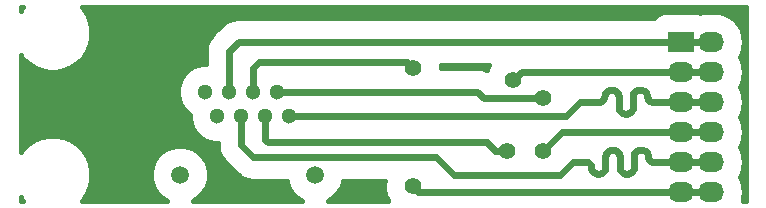
<source format=gbr>
G04 #@! TF.GenerationSoftware,KiCad,Pcbnew,(5.1.6)-1*
G04 #@! TF.CreationDate,2020-11-10T14:07:24+00:00*
G04 #@! TF.ProjectId,RJ_45_RS-485_breakout,524a5f34-355f-4525-932d-3438355f6272,rev?*
G04 #@! TF.SameCoordinates,Original*
G04 #@! TF.FileFunction,Copper,L2,Bot*
G04 #@! TF.FilePolarity,Positive*
%FSLAX46Y46*%
G04 Gerber Fmt 4.6, Leading zero omitted, Abs format (unit mm)*
G04 Created by KiCad (PCBNEW (5.1.6)-1) date 2020-11-10 14:07:24*
%MOMM*%
%LPD*%
G01*
G04 APERTURE LIST*
G04 #@! TA.AperFunction,ComponentPad*
%ADD10O,2.200000X1.700000*%
G04 #@! TD*
G04 #@! TA.AperFunction,ComponentPad*
%ADD11R,2.200000X1.700000*%
G04 #@! TD*
G04 #@! TA.AperFunction,WasherPad*
%ADD12C,1.500000*%
G04 #@! TD*
G04 #@! TA.AperFunction,ComponentPad*
%ADD13C,1.300000*%
G04 #@! TD*
G04 #@! TA.AperFunction,ViaPad*
%ADD14C,1.400000*%
G04 #@! TD*
G04 #@! TA.AperFunction,Conductor*
%ADD15C,0.600000*%
G04 #@! TD*
G04 #@! TA.AperFunction,NonConductor*
%ADD16C,0.400000*%
G04 #@! TD*
G04 APERTURE END LIST*
D10*
X75240000Y-132450000D03*
X72700000Y-132450000D03*
X75240000Y-129910000D03*
X72700000Y-129910000D03*
X75240000Y-127370000D03*
X72700000Y-127370000D03*
X75240000Y-124830000D03*
X72700000Y-124830000D03*
X75240000Y-122290000D03*
X72700000Y-122290000D03*
X75240000Y-119750000D03*
D11*
X72700000Y-119750000D03*
D12*
X41715000Y-131000000D03*
X30285000Y-131000000D03*
D13*
X33465000Y-126000000D03*
X35495000Y-126000000D03*
X37525000Y-126000000D03*
X39555000Y-126000000D03*
X38535000Y-123970000D03*
X36505000Y-123970000D03*
X34475000Y-123970000D03*
X32445000Y-123970000D03*
D14*
X50000000Y-122000000D03*
X50000000Y-132000000D03*
X58000000Y-129000000D03*
X58500000Y-123000000D03*
X61000000Y-129000000D03*
X61000000Y-124500000D03*
D15*
X72700000Y-119750000D02*
X75240000Y-119750000D01*
X35250000Y-119750000D02*
X34475000Y-120525000D01*
X72700000Y-119750000D02*
X35250000Y-119750000D01*
X34475000Y-120525000D02*
X34475000Y-123970000D01*
X72700000Y-132450000D02*
X75240000Y-132450000D01*
X36505000Y-123970000D02*
X36505000Y-121995000D01*
X36505000Y-121995000D02*
X37000000Y-121500000D01*
X37000000Y-121500000D02*
X45000000Y-121500000D01*
X45000000Y-121500000D02*
X49500000Y-121500000D01*
X49500000Y-121500000D02*
X50000000Y-122000000D01*
X50450000Y-132450000D02*
X50000000Y-132000000D01*
X72700000Y-132450000D02*
X50450000Y-132450000D01*
X72700000Y-129910000D02*
X75240000Y-129910000D01*
X35495000Y-128495000D02*
X35495000Y-126000000D01*
X36500000Y-129500000D02*
X35495000Y-128495000D01*
X52000000Y-129500000D02*
X36500000Y-129500000D01*
X53500000Y-131000000D02*
X52000000Y-129500000D01*
X63590000Y-129910000D02*
X62500000Y-131000000D01*
X64610000Y-129910000D02*
X63590000Y-129910000D01*
X64721260Y-129922537D02*
X64610000Y-129910000D01*
X64826941Y-129959516D02*
X64721260Y-129922537D01*
X64921744Y-130019085D02*
X64826941Y-129959516D01*
X65000915Y-130098256D02*
X64921744Y-130019085D01*
X65060484Y-130193059D02*
X65000915Y-130098256D01*
X65097463Y-130298740D02*
X65060484Y-130193059D01*
X65122536Y-130521261D02*
X65097463Y-130298740D01*
X65219084Y-130721745D02*
X65159515Y-130626942D01*
X65393058Y-130860485D02*
X65298255Y-130800916D01*
X65498739Y-130897464D02*
X65393058Y-130860485D01*
X65610000Y-130910000D02*
X65498739Y-130897464D01*
X65810000Y-130910000D02*
X65610000Y-130910000D01*
X65921260Y-130897464D02*
X65810000Y-130910000D01*
X66026941Y-130860485D02*
X65921260Y-130897464D01*
X66200915Y-130721745D02*
X66121744Y-130800916D01*
X66260484Y-130626942D02*
X66200915Y-130721745D01*
X66297463Y-130521261D02*
X66260484Y-130626942D01*
X66310000Y-130410000D02*
X66297463Y-130521261D01*
X66498255Y-129019084D02*
X66419084Y-129098255D01*
X66593058Y-128959515D02*
X66498255Y-129019084D01*
X66698739Y-128922536D02*
X66593058Y-128959515D01*
X66810000Y-128910000D02*
X66698739Y-128922536D01*
X68759515Y-129193058D02*
X68722536Y-129298739D01*
X67460484Y-129193058D02*
X67400915Y-129098255D01*
X66121744Y-130800916D02*
X66026941Y-130860485D01*
X68710000Y-129410000D02*
X68710000Y-130410000D01*
X68993058Y-128959515D02*
X68898255Y-129019084D01*
X69210000Y-128910000D02*
X69098739Y-128922536D01*
X69626941Y-128959515D02*
X69521260Y-128922536D01*
X67226941Y-128959515D02*
X67121260Y-128922536D01*
X68898255Y-129019084D02*
X68819084Y-129098255D01*
X69721744Y-129019084D02*
X69626941Y-128959515D01*
X68600915Y-130721745D02*
X68521744Y-130800916D01*
X66310000Y-129410000D02*
X66310000Y-130410000D01*
X70098255Y-129800915D02*
X70019084Y-129721744D01*
X62500000Y-131000000D02*
X53500000Y-131000000D01*
X70298739Y-129897463D02*
X70193058Y-129860484D01*
X65159515Y-130626942D02*
X65122536Y-130521261D01*
X72700000Y-129910000D02*
X70410000Y-129910000D01*
X67698255Y-130800916D02*
X67619084Y-130721745D01*
X70193058Y-129860484D02*
X70098255Y-129800915D01*
X67898739Y-130897464D02*
X67793058Y-130860485D01*
X66359515Y-129193058D02*
X66322536Y-129298739D01*
X68819084Y-129098255D02*
X68759515Y-129193058D01*
X68722536Y-129298739D02*
X68710000Y-129410000D01*
X69098739Y-128922536D02*
X68993058Y-128959515D01*
X67793058Y-130860485D02*
X67698255Y-130800916D01*
X70410000Y-129910000D02*
X70298739Y-129897463D01*
X66419084Y-129098255D02*
X66359515Y-129193058D01*
X69922536Y-129521260D02*
X69897463Y-129298739D01*
X67559515Y-130626942D02*
X67522536Y-130521261D01*
X69410000Y-128910000D02*
X69210000Y-128910000D01*
X68210000Y-130910000D02*
X68010000Y-130910000D01*
X70019084Y-129721744D02*
X69959515Y-129626941D01*
X69800915Y-129098255D02*
X69721744Y-129019084D01*
X67321744Y-129019084D02*
X67226941Y-128959515D01*
X66322536Y-129298739D02*
X66310000Y-129410000D01*
X69521260Y-128922536D02*
X69410000Y-128910000D01*
X69860484Y-129193058D02*
X69800915Y-129098255D01*
X67010000Y-128910000D02*
X66810000Y-128910000D01*
X69897463Y-129298739D02*
X69860484Y-129193058D01*
X68321260Y-130897464D02*
X68210000Y-130910000D01*
X65298255Y-130800916D02*
X65219084Y-130721745D01*
X68710000Y-130410000D02*
X68697463Y-130521261D01*
X68697463Y-130521261D02*
X68660484Y-130626942D01*
X68660484Y-130626942D02*
X68600915Y-130721745D01*
X68521744Y-130800916D02*
X68426941Y-130860485D01*
X68426941Y-130860485D02*
X68321260Y-130897464D01*
X68010000Y-130910000D02*
X67898739Y-130897464D01*
X67619084Y-130721745D02*
X67559515Y-130626942D01*
X67522536Y-130521261D02*
X67510000Y-130410000D01*
X67510000Y-130410000D02*
X67510000Y-129410000D01*
X67510000Y-129410000D02*
X67497463Y-129298739D01*
X67497463Y-129298739D02*
X67460484Y-129193058D01*
X67400915Y-129098255D02*
X67321744Y-129019084D01*
X69959515Y-129626941D02*
X69922536Y-129521260D01*
X67121260Y-128922536D02*
X67010000Y-128910000D01*
X72700000Y-122290000D02*
X75240000Y-122290000D01*
X72700000Y-122290000D02*
X59210000Y-122290000D01*
X59210000Y-122290000D02*
X58500000Y-123000000D01*
X37525000Y-128025000D02*
X37525000Y-126000000D01*
X58000000Y-129000000D02*
X57000000Y-129000000D01*
X56250000Y-128250000D02*
X37750000Y-128250000D01*
X57000000Y-129000000D02*
X56250000Y-128250000D01*
X37750000Y-128250000D02*
X37525000Y-128025000D01*
X58500000Y-123000000D02*
X58500000Y-123000000D01*
X72700000Y-124830000D02*
X75240000Y-124830000D01*
X63000000Y-126000000D02*
X39555000Y-126000000D01*
X64170000Y-124830000D02*
X63000000Y-126000000D01*
X65730000Y-124830000D02*
X64170000Y-124830000D01*
X65841260Y-124817463D02*
X65730000Y-124830000D01*
X65946941Y-124780484D02*
X65841260Y-124817463D01*
X66041744Y-124720915D02*
X65946941Y-124780484D01*
X66120915Y-124641744D02*
X66041744Y-124720915D01*
X66180484Y-124546941D02*
X66120915Y-124641744D01*
X66217463Y-124441260D02*
X66180484Y-124546941D01*
X66242536Y-124218739D02*
X66217463Y-124441260D01*
X66279515Y-124113058D02*
X66242536Y-124218739D01*
X66339084Y-124018255D02*
X66279515Y-124113058D01*
X66418255Y-123939084D02*
X66339084Y-124018255D01*
X66513058Y-123879515D02*
X66418255Y-123939084D01*
X66618739Y-123842536D02*
X66513058Y-123879515D01*
X66730000Y-123830000D02*
X66618739Y-123842536D01*
X68679515Y-124113058D02*
X68642536Y-124218739D01*
X67539084Y-125641745D02*
X67479515Y-125546942D01*
X68818255Y-123939084D02*
X68739084Y-124018255D01*
X68913058Y-123879515D02*
X68818255Y-123939084D01*
X69330000Y-123830000D02*
X69130000Y-123830000D01*
X69720915Y-124018255D02*
X69641744Y-123939084D01*
X69441260Y-123842536D02*
X69330000Y-123830000D01*
X69641744Y-123939084D02*
X69546941Y-123879515D01*
X68630000Y-125330000D02*
X68617463Y-125441261D01*
X69018739Y-123842536D02*
X68913058Y-123879515D01*
X67818739Y-125817464D02*
X67713058Y-125780485D01*
X70113058Y-124780484D02*
X70018255Y-124720915D01*
X69546941Y-123879515D02*
X69441260Y-123842536D01*
X70018255Y-124720915D02*
X69939084Y-124641744D01*
X68739084Y-124018255D02*
X68679515Y-124113058D01*
X69879515Y-124546941D02*
X69842536Y-124441260D01*
X69780484Y-124113058D02*
X69720915Y-124018255D01*
X68642536Y-124218739D02*
X68630000Y-124330000D01*
X68346941Y-125780485D02*
X68241260Y-125817464D01*
X70218739Y-124817463D02*
X70113058Y-124780484D01*
X68630000Y-124330000D02*
X68630000Y-125330000D01*
X72700000Y-124830000D02*
X70330000Y-124830000D01*
X70330000Y-124830000D02*
X70218739Y-124817463D01*
X69939084Y-124641744D02*
X69879515Y-124546941D01*
X69130000Y-123830000D02*
X69018739Y-123842536D01*
X68520915Y-125641745D02*
X68441744Y-125720916D01*
X69817463Y-124218739D02*
X69780484Y-124113058D01*
X69842536Y-124441260D02*
X69817463Y-124218739D01*
X67479515Y-125546942D02*
X67442536Y-125441261D01*
X68617463Y-125441261D02*
X68580484Y-125546942D01*
X68580484Y-125546942D02*
X68520915Y-125641745D01*
X68441744Y-125720916D02*
X68346941Y-125780485D01*
X67146941Y-123879515D02*
X67041260Y-123842536D01*
X68241260Y-125817464D02*
X68130000Y-125830000D01*
X68130000Y-125830000D02*
X67930000Y-125830000D01*
X67618255Y-125720916D02*
X67539084Y-125641745D01*
X67930000Y-125830000D02*
X67818739Y-125817464D01*
X67713058Y-125780485D02*
X67618255Y-125720916D01*
X67442536Y-125441261D02*
X67430000Y-125330000D01*
X67430000Y-125330000D02*
X67430000Y-124330000D01*
X67320915Y-124018255D02*
X67241744Y-123939084D01*
X67430000Y-124330000D02*
X67417463Y-124218739D01*
X67417463Y-124218739D02*
X67380484Y-124113058D01*
X67041260Y-123842536D02*
X66930000Y-123830000D01*
X67380484Y-124113058D02*
X67320915Y-124018255D01*
X66930000Y-123830000D02*
X66730000Y-123830000D01*
X67241744Y-123939084D02*
X67146941Y-123879515D01*
X72700000Y-127370000D02*
X75240000Y-127370000D01*
X72700000Y-127370000D02*
X62630000Y-127370000D01*
X62630000Y-127370000D02*
X61000000Y-129000000D01*
X55470000Y-123970000D02*
X38535000Y-123970000D01*
X61000000Y-124500000D02*
X56000000Y-124500000D01*
X56000000Y-124500000D02*
X55470000Y-123970000D01*
D16*
G36*
X78200001Y-133200000D02*
G01*
X77927232Y-133200000D01*
X78003103Y-132949887D01*
X78052338Y-132450000D01*
X78003103Y-131950113D01*
X77857292Y-131469436D01*
X77702585Y-131180000D01*
X77857292Y-130890564D01*
X78003103Y-130409887D01*
X78052338Y-129910000D01*
X78003103Y-129410113D01*
X77857292Y-128929436D01*
X77702585Y-128640000D01*
X77857292Y-128350564D01*
X78003103Y-127869887D01*
X78052338Y-127370000D01*
X78003103Y-126870113D01*
X77857292Y-126389436D01*
X77702585Y-126100000D01*
X77857292Y-125810564D01*
X78003103Y-125329887D01*
X78052338Y-124830000D01*
X78003103Y-124330113D01*
X77857292Y-123849436D01*
X77702585Y-123560000D01*
X77857292Y-123270564D01*
X78003103Y-122789887D01*
X78052338Y-122290000D01*
X78003103Y-121790113D01*
X77857292Y-121309436D01*
X77702585Y-121020000D01*
X77857292Y-120730564D01*
X78003103Y-120249887D01*
X78052338Y-119750000D01*
X78003103Y-119250113D01*
X77857292Y-118769436D01*
X77620506Y-118326441D01*
X77301847Y-117938153D01*
X76913559Y-117619494D01*
X76470564Y-117382708D01*
X75989887Y-117236897D01*
X75615269Y-117200000D01*
X74864731Y-117200000D01*
X74490113Y-117236897D01*
X74331957Y-117284873D01*
X74133258Y-117224598D01*
X73800000Y-117191775D01*
X71600000Y-117191775D01*
X71266742Y-117224598D01*
X70946291Y-117321806D01*
X70650961Y-117479663D01*
X70392103Y-117692103D01*
X70344588Y-117750000D01*
X35348251Y-117750000D01*
X35250000Y-117740323D01*
X35151749Y-117750000D01*
X35151747Y-117750000D01*
X34857931Y-117778938D01*
X34480930Y-117893301D01*
X34133484Y-118079014D01*
X34133482Y-118079015D01*
X34133483Y-118079015D01*
X33828944Y-118328944D01*
X33766308Y-118405266D01*
X33130266Y-119041308D01*
X33053944Y-119103944D01*
X32804015Y-119408483D01*
X32618301Y-119755931D01*
X32503938Y-120132932D01*
X32475000Y-120426748D01*
X32475000Y-120426757D01*
X32465324Y-120525000D01*
X32475000Y-120623243D01*
X32475000Y-121620000D01*
X32213545Y-121620000D01*
X31759530Y-121710309D01*
X31331857Y-121887457D01*
X30946962Y-122144636D01*
X30619636Y-122471962D01*
X30362457Y-122856857D01*
X30185309Y-123284530D01*
X30095000Y-123738545D01*
X30095000Y-124201455D01*
X30185309Y-124655470D01*
X30362457Y-125083143D01*
X30619636Y-125468038D01*
X30946962Y-125795364D01*
X31115000Y-125907644D01*
X31115000Y-126231455D01*
X31205309Y-126685470D01*
X31382457Y-127113143D01*
X31639636Y-127498038D01*
X31966962Y-127825364D01*
X32351857Y-128082543D01*
X32779530Y-128259691D01*
X33233545Y-128350000D01*
X33495000Y-128350000D01*
X33495000Y-128396756D01*
X33485324Y-128495000D01*
X33495000Y-128593243D01*
X33495000Y-128593252D01*
X33523938Y-128887068D01*
X33638301Y-129264069D01*
X33824015Y-129611517D01*
X34073944Y-129916056D01*
X34150266Y-129978692D01*
X35016308Y-130844734D01*
X35078944Y-130921056D01*
X35256019Y-131066378D01*
X35383484Y-131170986D01*
X35706498Y-131343640D01*
X35730930Y-131356699D01*
X36107931Y-131471062D01*
X36401747Y-131500000D01*
X36401757Y-131500000D01*
X36500000Y-131509676D01*
X36598243Y-131500000D01*
X39316458Y-131500000D01*
X39359152Y-131714639D01*
X39543838Y-132160510D01*
X39811960Y-132561784D01*
X40153216Y-132903040D01*
X40554490Y-133171162D01*
X40624111Y-133200000D01*
X31375889Y-133200000D01*
X31445510Y-133171162D01*
X31846784Y-132903040D01*
X32188040Y-132561784D01*
X32456162Y-132160510D01*
X32640848Y-131714639D01*
X32735000Y-131241304D01*
X32735000Y-130758696D01*
X32640848Y-130285361D01*
X32456162Y-129839490D01*
X32188040Y-129438216D01*
X31846784Y-129096960D01*
X31445510Y-128828838D01*
X30999639Y-128644152D01*
X30526304Y-128550000D01*
X30043696Y-128550000D01*
X29570361Y-128644152D01*
X29124490Y-128828838D01*
X28723216Y-129096960D01*
X28381960Y-129438216D01*
X28113838Y-129839490D01*
X27929152Y-130285361D01*
X27835000Y-130758696D01*
X27835000Y-131241304D01*
X27929152Y-131714639D01*
X28113838Y-132160510D01*
X28381960Y-132561784D01*
X28723216Y-132903040D01*
X29124490Y-133171162D01*
X29194111Y-133200000D01*
X21966904Y-133200000D01*
X22063277Y-133103627D01*
X22424422Y-132563136D01*
X22673183Y-131962574D01*
X22800000Y-131325022D01*
X22800000Y-130674978D01*
X22673183Y-130037426D01*
X22424422Y-129436864D01*
X22063277Y-128896373D01*
X21603627Y-128436723D01*
X21063136Y-128075578D01*
X20462574Y-127826817D01*
X19825022Y-127700000D01*
X19174978Y-127700000D01*
X18537426Y-127826817D01*
X17936864Y-128075578D01*
X17396373Y-128436723D01*
X16936723Y-128896373D01*
X16800000Y-129100993D01*
X16800000Y-120899007D01*
X16936723Y-121103627D01*
X17396373Y-121563277D01*
X17936864Y-121924422D01*
X18537426Y-122173183D01*
X19174978Y-122300000D01*
X19825022Y-122300000D01*
X20462574Y-122173183D01*
X21063136Y-121924422D01*
X21603627Y-121563277D01*
X22063277Y-121103627D01*
X22424422Y-120563136D01*
X22673183Y-119962574D01*
X22800000Y-119325022D01*
X22800000Y-118674978D01*
X22673183Y-118037426D01*
X22424422Y-117436864D01*
X22063277Y-116896373D01*
X21966904Y-116800000D01*
X78200000Y-116800000D01*
X78200001Y-133200000D01*
G37*
X78200001Y-133200000D02*
X77927232Y-133200000D01*
X78003103Y-132949887D01*
X78052338Y-132450000D01*
X78003103Y-131950113D01*
X77857292Y-131469436D01*
X77702585Y-131180000D01*
X77857292Y-130890564D01*
X78003103Y-130409887D01*
X78052338Y-129910000D01*
X78003103Y-129410113D01*
X77857292Y-128929436D01*
X77702585Y-128640000D01*
X77857292Y-128350564D01*
X78003103Y-127869887D01*
X78052338Y-127370000D01*
X78003103Y-126870113D01*
X77857292Y-126389436D01*
X77702585Y-126100000D01*
X77857292Y-125810564D01*
X78003103Y-125329887D01*
X78052338Y-124830000D01*
X78003103Y-124330113D01*
X77857292Y-123849436D01*
X77702585Y-123560000D01*
X77857292Y-123270564D01*
X78003103Y-122789887D01*
X78052338Y-122290000D01*
X78003103Y-121790113D01*
X77857292Y-121309436D01*
X77702585Y-121020000D01*
X77857292Y-120730564D01*
X78003103Y-120249887D01*
X78052338Y-119750000D01*
X78003103Y-119250113D01*
X77857292Y-118769436D01*
X77620506Y-118326441D01*
X77301847Y-117938153D01*
X76913559Y-117619494D01*
X76470564Y-117382708D01*
X75989887Y-117236897D01*
X75615269Y-117200000D01*
X74864731Y-117200000D01*
X74490113Y-117236897D01*
X74331957Y-117284873D01*
X74133258Y-117224598D01*
X73800000Y-117191775D01*
X71600000Y-117191775D01*
X71266742Y-117224598D01*
X70946291Y-117321806D01*
X70650961Y-117479663D01*
X70392103Y-117692103D01*
X70344588Y-117750000D01*
X35348251Y-117750000D01*
X35250000Y-117740323D01*
X35151749Y-117750000D01*
X35151747Y-117750000D01*
X34857931Y-117778938D01*
X34480930Y-117893301D01*
X34133484Y-118079014D01*
X34133482Y-118079015D01*
X34133483Y-118079015D01*
X33828944Y-118328944D01*
X33766308Y-118405266D01*
X33130266Y-119041308D01*
X33053944Y-119103944D01*
X32804015Y-119408483D01*
X32618301Y-119755931D01*
X32503938Y-120132932D01*
X32475000Y-120426748D01*
X32475000Y-120426757D01*
X32465324Y-120525000D01*
X32475000Y-120623243D01*
X32475000Y-121620000D01*
X32213545Y-121620000D01*
X31759530Y-121710309D01*
X31331857Y-121887457D01*
X30946962Y-122144636D01*
X30619636Y-122471962D01*
X30362457Y-122856857D01*
X30185309Y-123284530D01*
X30095000Y-123738545D01*
X30095000Y-124201455D01*
X30185309Y-124655470D01*
X30362457Y-125083143D01*
X30619636Y-125468038D01*
X30946962Y-125795364D01*
X31115000Y-125907644D01*
X31115000Y-126231455D01*
X31205309Y-126685470D01*
X31382457Y-127113143D01*
X31639636Y-127498038D01*
X31966962Y-127825364D01*
X32351857Y-128082543D01*
X32779530Y-128259691D01*
X33233545Y-128350000D01*
X33495000Y-128350000D01*
X33495000Y-128396756D01*
X33485324Y-128495000D01*
X33495000Y-128593243D01*
X33495000Y-128593252D01*
X33523938Y-128887068D01*
X33638301Y-129264069D01*
X33824015Y-129611517D01*
X34073944Y-129916056D01*
X34150266Y-129978692D01*
X35016308Y-130844734D01*
X35078944Y-130921056D01*
X35256019Y-131066378D01*
X35383484Y-131170986D01*
X35706498Y-131343640D01*
X35730930Y-131356699D01*
X36107931Y-131471062D01*
X36401747Y-131500000D01*
X36401757Y-131500000D01*
X36500000Y-131509676D01*
X36598243Y-131500000D01*
X39316458Y-131500000D01*
X39359152Y-131714639D01*
X39543838Y-132160510D01*
X39811960Y-132561784D01*
X40153216Y-132903040D01*
X40554490Y-133171162D01*
X40624111Y-133200000D01*
X31375889Y-133200000D01*
X31445510Y-133171162D01*
X31846784Y-132903040D01*
X32188040Y-132561784D01*
X32456162Y-132160510D01*
X32640848Y-131714639D01*
X32735000Y-131241304D01*
X32735000Y-130758696D01*
X32640848Y-130285361D01*
X32456162Y-129839490D01*
X32188040Y-129438216D01*
X31846784Y-129096960D01*
X31445510Y-128828838D01*
X30999639Y-128644152D01*
X30526304Y-128550000D01*
X30043696Y-128550000D01*
X29570361Y-128644152D01*
X29124490Y-128828838D01*
X28723216Y-129096960D01*
X28381960Y-129438216D01*
X28113838Y-129839490D01*
X27929152Y-130285361D01*
X27835000Y-130758696D01*
X27835000Y-131241304D01*
X27929152Y-131714639D01*
X28113838Y-132160510D01*
X28381960Y-132561784D01*
X28723216Y-132903040D01*
X29124490Y-133171162D01*
X29194111Y-133200000D01*
X21966904Y-133200000D01*
X22063277Y-133103627D01*
X22424422Y-132563136D01*
X22673183Y-131962574D01*
X22800000Y-131325022D01*
X22800000Y-130674978D01*
X22673183Y-130037426D01*
X22424422Y-129436864D01*
X22063277Y-128896373D01*
X21603627Y-128436723D01*
X21063136Y-128075578D01*
X20462574Y-127826817D01*
X19825022Y-127700000D01*
X19174978Y-127700000D01*
X18537426Y-127826817D01*
X17936864Y-128075578D01*
X17396373Y-128436723D01*
X16936723Y-128896373D01*
X16800000Y-129100993D01*
X16800000Y-120899007D01*
X16936723Y-121103627D01*
X17396373Y-121563277D01*
X17936864Y-121924422D01*
X18537426Y-122173183D01*
X19174978Y-122300000D01*
X19825022Y-122300000D01*
X20462574Y-122173183D01*
X21063136Y-121924422D01*
X21603627Y-121563277D01*
X22063277Y-121103627D01*
X22424422Y-120563136D01*
X22673183Y-119962574D01*
X22800000Y-119325022D01*
X22800000Y-118674978D01*
X22673183Y-118037426D01*
X22424422Y-117436864D01*
X22063277Y-116896373D01*
X21966904Y-116800000D01*
X78200000Y-116800000D01*
X78200001Y-133200000D01*
G36*
X16936723Y-133103627D02*
G01*
X17033096Y-133200000D01*
X16800000Y-133200000D01*
X16800000Y-132899007D01*
X16936723Y-133103627D01*
G37*
X16936723Y-133103627D02*
X17033096Y-133200000D01*
X16800000Y-133200000D01*
X16800000Y-132899007D01*
X16936723Y-133103627D01*
G36*
X47600000Y-131763621D02*
G01*
X47600000Y-132236379D01*
X47692230Y-132700054D01*
X47873147Y-133136826D01*
X47915359Y-133200000D01*
X42805889Y-133200000D01*
X42875510Y-133171162D01*
X43276784Y-132903040D01*
X43618040Y-132561784D01*
X43886162Y-132160510D01*
X44070848Y-131714639D01*
X44113542Y-131500000D01*
X47652437Y-131500000D01*
X47600000Y-131763621D01*
G37*
X47600000Y-131763621D02*
X47600000Y-132236379D01*
X47692230Y-132700054D01*
X47873147Y-133136826D01*
X47915359Y-133200000D01*
X42805889Y-133200000D01*
X42875510Y-133171162D01*
X43276784Y-132903040D01*
X43618040Y-132561784D01*
X43886162Y-132160510D01*
X44070848Y-131714639D01*
X44113542Y-131500000D01*
X47652437Y-131500000D01*
X47600000Y-131763621D01*
G36*
X56373147Y-121863174D02*
G01*
X56264018Y-122126636D01*
X56239070Y-122113301D01*
X55862069Y-121998938D01*
X55568253Y-121970000D01*
X55568243Y-121970000D01*
X55470000Y-121960324D01*
X55371757Y-121970000D01*
X52400000Y-121970000D01*
X52400000Y-121763621D01*
X52397291Y-121750000D01*
X56448767Y-121750000D01*
X56373147Y-121863174D01*
G37*
X56373147Y-121863174D02*
X56264018Y-122126636D01*
X56239070Y-122113301D01*
X55862069Y-121998938D01*
X55568253Y-121970000D01*
X55568243Y-121970000D01*
X55470000Y-121960324D01*
X55371757Y-121970000D01*
X52400000Y-121970000D01*
X52400000Y-121763621D01*
X52397291Y-121750000D01*
X56448767Y-121750000D01*
X56373147Y-121863174D01*
G36*
X16936723Y-116896373D02*
G01*
X16800000Y-117100993D01*
X16800000Y-116800000D01*
X17033096Y-116800000D01*
X16936723Y-116896373D01*
G37*
X16936723Y-116896373D02*
X16800000Y-117100993D01*
X16800000Y-116800000D01*
X17033096Y-116800000D01*
X16936723Y-116896373D01*
M02*

</source>
